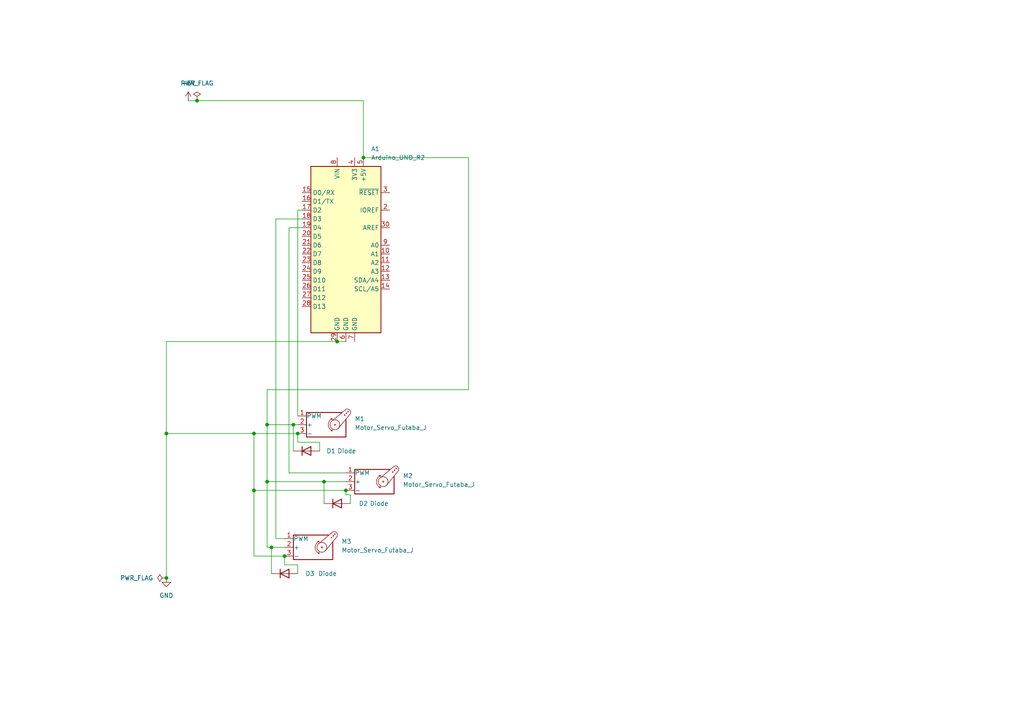
<source format=kicad_sch>
(kicad_sch
	(version 20231120)
	(generator "eeschema")
	(generator_version "8.0")
	(uuid "07a62c95-1105-4948-80fa-24e09286b6fa")
	(paper "A4")
	(lib_symbols
		(symbol "Device:D"
			(pin_numbers hide)
			(pin_names
				(offset 1.016) hide)
			(exclude_from_sim no)
			(in_bom yes)
			(on_board yes)
			(property "Reference" "D"
				(at 0 2.54 0)
				(effects
					(font
						(size 1.27 1.27)
					)
				)
			)
			(property "Value" "D"
				(at 0 -2.54 0)
				(effects
					(font
						(size 1.27 1.27)
					)
				)
			)
			(property "Footprint" ""
				(at 0 0 0)
				(effects
					(font
						(size 1.27 1.27)
					)
					(hide yes)
				)
			)
			(property "Datasheet" "~"
				(at 0 0 0)
				(effects
					(font
						(size 1.27 1.27)
					)
					(hide yes)
				)
			)
			(property "Description" "Diode"
				(at 0 0 0)
				(effects
					(font
						(size 1.27 1.27)
					)
					(hide yes)
				)
			)
			(property "Sim.Device" "D"
				(at 0 0 0)
				(effects
					(font
						(size 1.27 1.27)
					)
					(hide yes)
				)
			)
			(property "Sim.Pins" "1=K 2=A"
				(at 0 0 0)
				(effects
					(font
						(size 1.27 1.27)
					)
					(hide yes)
				)
			)
			(property "ki_keywords" "diode"
				(at 0 0 0)
				(effects
					(font
						(size 1.27 1.27)
					)
					(hide yes)
				)
			)
			(property "ki_fp_filters" "TO-???* *_Diode_* *SingleDiode* D_*"
				(at 0 0 0)
				(effects
					(font
						(size 1.27 1.27)
					)
					(hide yes)
				)
			)
			(symbol "D_0_1"
				(polyline
					(pts
						(xy -1.27 1.27) (xy -1.27 -1.27)
					)
					(stroke
						(width 0.254)
						(type default)
					)
					(fill
						(type none)
					)
				)
				(polyline
					(pts
						(xy 1.27 0) (xy -1.27 0)
					)
					(stroke
						(width 0)
						(type default)
					)
					(fill
						(type none)
					)
				)
				(polyline
					(pts
						(xy 1.27 1.27) (xy 1.27 -1.27) (xy -1.27 0) (xy 1.27 1.27)
					)
					(stroke
						(width 0.254)
						(type default)
					)
					(fill
						(type none)
					)
				)
			)
			(symbol "D_1_1"
				(pin passive line
					(at -3.81 0 0)
					(length 2.54)
					(name "K"
						(effects
							(font
								(size 1.27 1.27)
							)
						)
					)
					(number "1"
						(effects
							(font
								(size 1.27 1.27)
							)
						)
					)
				)
				(pin passive line
					(at 3.81 0 180)
					(length 2.54)
					(name "A"
						(effects
							(font
								(size 1.27 1.27)
							)
						)
					)
					(number "2"
						(effects
							(font
								(size 1.27 1.27)
							)
						)
					)
				)
			)
		)
		(symbol "MCU_Module:Arduino_UNO_R2"
			(exclude_from_sim no)
			(in_bom yes)
			(on_board yes)
			(property "Reference" "A"
				(at -10.16 23.495 0)
				(effects
					(font
						(size 1.27 1.27)
					)
					(justify left bottom)
				)
			)
			(property "Value" "Arduino_UNO_R2"
				(at 5.08 -26.67 0)
				(effects
					(font
						(size 1.27 1.27)
					)
					(justify left top)
				)
			)
			(property "Footprint" "Module:Arduino_UNO_R2"
				(at 0 0 0)
				(effects
					(font
						(size 1.27 1.27)
						(italic yes)
					)
					(hide yes)
				)
			)
			(property "Datasheet" "https://www.arduino.cc/en/Main/arduinoBoardUno"
				(at 0 0 0)
				(effects
					(font
						(size 1.27 1.27)
					)
					(hide yes)
				)
			)
			(property "Description" "Arduino UNO Microcontroller Module, release 2"
				(at 0 0 0)
				(effects
					(font
						(size 1.27 1.27)
					)
					(hide yes)
				)
			)
			(property "ki_keywords" "Arduino UNO R3 Microcontroller Module Atmel AVR USB"
				(at 0 0 0)
				(effects
					(font
						(size 1.27 1.27)
					)
					(hide yes)
				)
			)
			(property "ki_fp_filters" "Arduino*UNO*R2*"
				(at 0 0 0)
				(effects
					(font
						(size 1.27 1.27)
					)
					(hide yes)
				)
			)
			(symbol "Arduino_UNO_R2_0_1"
				(rectangle
					(start -10.16 22.86)
					(end 10.16 -25.4)
					(stroke
						(width 0.254)
						(type default)
					)
					(fill
						(type background)
					)
				)
			)
			(symbol "Arduino_UNO_R2_1_1"
				(pin no_connect line
					(at -10.16 -20.32 0)
					(length 2.54) hide
					(name "NC"
						(effects
							(font
								(size 1.27 1.27)
							)
						)
					)
					(number "1"
						(effects
							(font
								(size 1.27 1.27)
							)
						)
					)
				)
				(pin bidirectional line
					(at 12.7 -2.54 180)
					(length 2.54)
					(name "A1"
						(effects
							(font
								(size 1.27 1.27)
							)
						)
					)
					(number "10"
						(effects
							(font
								(size 1.27 1.27)
							)
						)
					)
				)
				(pin bidirectional line
					(at 12.7 -5.08 180)
					(length 2.54)
					(name "A2"
						(effects
							(font
								(size 1.27 1.27)
							)
						)
					)
					(number "11"
						(effects
							(font
								(size 1.27 1.27)
							)
						)
					)
				)
				(pin bidirectional line
					(at 12.7 -7.62 180)
					(length 2.54)
					(name "A3"
						(effects
							(font
								(size 1.27 1.27)
							)
						)
					)
					(number "12"
						(effects
							(font
								(size 1.27 1.27)
							)
						)
					)
				)
				(pin bidirectional line
					(at 12.7 -10.16 180)
					(length 2.54)
					(name "SDA/A4"
						(effects
							(font
								(size 1.27 1.27)
							)
						)
					)
					(number "13"
						(effects
							(font
								(size 1.27 1.27)
							)
						)
					)
				)
				(pin bidirectional line
					(at 12.7 -12.7 180)
					(length 2.54)
					(name "SCL/A5"
						(effects
							(font
								(size 1.27 1.27)
							)
						)
					)
					(number "14"
						(effects
							(font
								(size 1.27 1.27)
							)
						)
					)
				)
				(pin bidirectional line
					(at -12.7 15.24 0)
					(length 2.54)
					(name "D0/RX"
						(effects
							(font
								(size 1.27 1.27)
							)
						)
					)
					(number "15"
						(effects
							(font
								(size 1.27 1.27)
							)
						)
					)
				)
				(pin bidirectional line
					(at -12.7 12.7 0)
					(length 2.54)
					(name "D1/TX"
						(effects
							(font
								(size 1.27 1.27)
							)
						)
					)
					(number "16"
						(effects
							(font
								(size 1.27 1.27)
							)
						)
					)
				)
				(pin bidirectional line
					(at -12.7 10.16 0)
					(length 2.54)
					(name "D2"
						(effects
							(font
								(size 1.27 1.27)
							)
						)
					)
					(number "17"
						(effects
							(font
								(size 1.27 1.27)
							)
						)
					)
				)
				(pin bidirectional line
					(at -12.7 7.62 0)
					(length 2.54)
					(name "D3"
						(effects
							(font
								(size 1.27 1.27)
							)
						)
					)
					(number "18"
						(effects
							(font
								(size 1.27 1.27)
							)
						)
					)
				)
				(pin bidirectional line
					(at -12.7 5.08 0)
					(length 2.54)
					(name "D4"
						(effects
							(font
								(size 1.27 1.27)
							)
						)
					)
					(number "19"
						(effects
							(font
								(size 1.27 1.27)
							)
						)
					)
				)
				(pin output line
					(at 12.7 10.16 180)
					(length 2.54)
					(name "IOREF"
						(effects
							(font
								(size 1.27 1.27)
							)
						)
					)
					(number "2"
						(effects
							(font
								(size 1.27 1.27)
							)
						)
					)
				)
				(pin bidirectional line
					(at -12.7 2.54 0)
					(length 2.54)
					(name "D5"
						(effects
							(font
								(size 1.27 1.27)
							)
						)
					)
					(number "20"
						(effects
							(font
								(size 1.27 1.27)
							)
						)
					)
				)
				(pin bidirectional line
					(at -12.7 0 0)
					(length 2.54)
					(name "D6"
						(effects
							(font
								(size 1.27 1.27)
							)
						)
					)
					(number "21"
						(effects
							(font
								(size 1.27 1.27)
							)
						)
					)
				)
				(pin bidirectional line
					(at -12.7 -2.54 0)
					(length 2.54)
					(name "D7"
						(effects
							(font
								(size 1.27 1.27)
							)
						)
					)
					(number "22"
						(effects
							(font
								(size 1.27 1.27)
							)
						)
					)
				)
				(pin bidirectional line
					(at -12.7 -5.08 0)
					(length 2.54)
					(name "D8"
						(effects
							(font
								(size 1.27 1.27)
							)
						)
					)
					(number "23"
						(effects
							(font
								(size 1.27 1.27)
							)
						)
					)
				)
				(pin bidirectional line
					(at -12.7 -7.62 0)
					(length 2.54)
					(name "D9"
						(effects
							(font
								(size 1.27 1.27)
							)
						)
					)
					(number "24"
						(effects
							(font
								(size 1.27 1.27)
							)
						)
					)
				)
				(pin bidirectional line
					(at -12.7 -10.16 0)
					(length 2.54)
					(name "D10"
						(effects
							(font
								(size 1.27 1.27)
							)
						)
					)
					(number "25"
						(effects
							(font
								(size 1.27 1.27)
							)
						)
					)
				)
				(pin bidirectional line
					(at -12.7 -12.7 0)
					(length 2.54)
					(name "D11"
						(effects
							(font
								(size 1.27 1.27)
							)
						)
					)
					(number "26"
						(effects
							(font
								(size 1.27 1.27)
							)
						)
					)
				)
				(pin bidirectional line
					(at -12.7 -15.24 0)
					(length 2.54)
					(name "D12"
						(effects
							(font
								(size 1.27 1.27)
							)
						)
					)
					(number "27"
						(effects
							(font
								(size 1.27 1.27)
							)
						)
					)
				)
				(pin bidirectional line
					(at -12.7 -17.78 0)
					(length 2.54)
					(name "D13"
						(effects
							(font
								(size 1.27 1.27)
							)
						)
					)
					(number "28"
						(effects
							(font
								(size 1.27 1.27)
							)
						)
					)
				)
				(pin power_in line
					(at -2.54 -27.94 90)
					(length 2.54)
					(name "GND"
						(effects
							(font
								(size 1.27 1.27)
							)
						)
					)
					(number "29"
						(effects
							(font
								(size 1.27 1.27)
							)
						)
					)
				)
				(pin input line
					(at 12.7 15.24 180)
					(length 2.54)
					(name "~{RESET}"
						(effects
							(font
								(size 1.27 1.27)
							)
						)
					)
					(number "3"
						(effects
							(font
								(size 1.27 1.27)
							)
						)
					)
				)
				(pin input line
					(at 12.7 5.08 180)
					(length 2.54)
					(name "AREF"
						(effects
							(font
								(size 1.27 1.27)
							)
						)
					)
					(number "30"
						(effects
							(font
								(size 1.27 1.27)
							)
						)
					)
				)
				(pin power_out line
					(at 2.54 25.4 270)
					(length 2.54)
					(name "3V3"
						(effects
							(font
								(size 1.27 1.27)
							)
						)
					)
					(number "4"
						(effects
							(font
								(size 1.27 1.27)
							)
						)
					)
				)
				(pin power_out line
					(at 5.08 25.4 270)
					(length 2.54)
					(name "+5V"
						(effects
							(font
								(size 1.27 1.27)
							)
						)
					)
					(number "5"
						(effects
							(font
								(size 1.27 1.27)
							)
						)
					)
				)
				(pin power_in line
					(at 0 -27.94 90)
					(length 2.54)
					(name "GND"
						(effects
							(font
								(size 1.27 1.27)
							)
						)
					)
					(number "6"
						(effects
							(font
								(size 1.27 1.27)
							)
						)
					)
				)
				(pin power_in line
					(at 2.54 -27.94 90)
					(length 2.54)
					(name "GND"
						(effects
							(font
								(size 1.27 1.27)
							)
						)
					)
					(number "7"
						(effects
							(font
								(size 1.27 1.27)
							)
						)
					)
				)
				(pin power_in line
					(at -2.54 25.4 270)
					(length 2.54)
					(name "VIN"
						(effects
							(font
								(size 1.27 1.27)
							)
						)
					)
					(number "8"
						(effects
							(font
								(size 1.27 1.27)
							)
						)
					)
				)
				(pin bidirectional line
					(at 12.7 0 180)
					(length 2.54)
					(name "A0"
						(effects
							(font
								(size 1.27 1.27)
							)
						)
					)
					(number "9"
						(effects
							(font
								(size 1.27 1.27)
							)
						)
					)
				)
			)
		)
		(symbol "Motor:Motor_Servo_Futaba_J"
			(pin_names
				(offset 0.0254)
			)
			(exclude_from_sim no)
			(in_bom yes)
			(on_board yes)
			(property "Reference" "M"
				(at -5.08 4.445 0)
				(effects
					(font
						(size 1.27 1.27)
					)
					(justify left)
				)
			)
			(property "Value" "Motor_Servo_Futaba_J"
				(at -5.08 -4.064 0)
				(effects
					(font
						(size 1.27 1.27)
					)
					(justify left top)
				)
			)
			(property "Footprint" ""
				(at 0 -4.826 0)
				(effects
					(font
						(size 1.27 1.27)
					)
					(hide yes)
				)
			)
			(property "Datasheet" "http://forums.parallax.com/uploads/attachments/46831/74481.png"
				(at 0 -4.826 0)
				(effects
					(font
						(size 1.27 1.27)
					)
					(hide yes)
				)
			)
			(property "Description" "Servo Motor (Futuba J-connector)"
				(at 0 0 0)
				(effects
					(font
						(size 1.27 1.27)
					)
					(hide yes)
				)
			)
			(property "ki_keywords" "Servo Motor"
				(at 0 0 0)
				(effects
					(font
						(size 1.27 1.27)
					)
					(hide yes)
				)
			)
			(property "ki_fp_filters" "PinHeader*P2.54mm*"
				(at 0 0 0)
				(effects
					(font
						(size 1.27 1.27)
					)
					(hide yes)
				)
			)
			(symbol "Motor_Servo_Futaba_J_0_1"
				(polyline
					(pts
						(xy 2.413 -1.778) (xy 2.032 -1.778)
					)
					(stroke
						(width 0)
						(type default)
					)
					(fill
						(type none)
					)
				)
				(polyline
					(pts
						(xy 2.413 -1.778) (xy 2.286 -1.397)
					)
					(stroke
						(width 0)
						(type default)
					)
					(fill
						(type none)
					)
				)
				(polyline
					(pts
						(xy 2.413 1.778) (xy 1.905 1.778)
					)
					(stroke
						(width 0)
						(type default)
					)
					(fill
						(type none)
					)
				)
				(polyline
					(pts
						(xy 2.413 1.778) (xy 2.286 1.397)
					)
					(stroke
						(width 0)
						(type default)
					)
					(fill
						(type none)
					)
				)
				(polyline
					(pts
						(xy 6.35 4.445) (xy 2.54 1.27)
					)
					(stroke
						(width 0)
						(type default)
					)
					(fill
						(type none)
					)
				)
				(polyline
					(pts
						(xy 7.62 3.175) (xy 4.191 -1.016)
					)
					(stroke
						(width 0)
						(type default)
					)
					(fill
						(type none)
					)
				)
				(polyline
					(pts
						(xy 5.08 3.556) (xy -5.08 3.556) (xy -5.08 -3.556) (xy 6.35 -3.556) (xy 6.35 1.524)
					)
					(stroke
						(width 0.254)
						(type default)
					)
					(fill
						(type none)
					)
				)
				(arc
					(start 2.413 1.778)
					(mid 1.2406 0)
					(end 2.413 -1.778)
					(stroke
						(width 0)
						(type default)
					)
					(fill
						(type none)
					)
				)
				(circle
					(center 3.175 0)
					(radius 0.1778)
					(stroke
						(width 0)
						(type default)
					)
					(fill
						(type none)
					)
				)
				(circle
					(center 3.175 0)
					(radius 1.4224)
					(stroke
						(width 0)
						(type default)
					)
					(fill
						(type none)
					)
				)
				(circle
					(center 5.969 2.794)
					(radius 0.127)
					(stroke
						(width 0)
						(type default)
					)
					(fill
						(type none)
					)
				)
				(circle
					(center 6.477 3.302)
					(radius 0.127)
					(stroke
						(width 0)
						(type default)
					)
					(fill
						(type none)
					)
				)
				(circle
					(center 6.985 3.81)
					(radius 0.127)
					(stroke
						(width 0)
						(type default)
					)
					(fill
						(type none)
					)
				)
				(arc
					(start 7.62 3.175)
					(mid 7.4485 4.2735)
					(end 6.35 4.445)
					(stroke
						(width 0)
						(type default)
					)
					(fill
						(type none)
					)
				)
			)
			(symbol "Motor_Servo_Futaba_J_1_1"
				(pin passive line
					(at -7.62 2.54 0)
					(length 2.54)
					(name "PWM"
						(effects
							(font
								(size 1.27 1.27)
							)
						)
					)
					(number "1"
						(effects
							(font
								(size 1.27 1.27)
							)
						)
					)
				)
				(pin passive line
					(at -7.62 0 0)
					(length 2.54)
					(name "+"
						(effects
							(font
								(size 1.27 1.27)
							)
						)
					)
					(number "2"
						(effects
							(font
								(size 1.27 1.27)
							)
						)
					)
				)
				(pin passive line
					(at -7.62 -2.54 0)
					(length 2.54)
					(name "-"
						(effects
							(font
								(size 1.27 1.27)
							)
						)
					)
					(number "3"
						(effects
							(font
								(size 1.27 1.27)
							)
						)
					)
				)
			)
		)
		(symbol "power:+5V"
			(power)
			(pin_numbers hide)
			(pin_names
				(offset 0) hide)
			(exclude_from_sim no)
			(in_bom yes)
			(on_board yes)
			(property "Reference" "#PWR"
				(at 0 -3.81 0)
				(effects
					(font
						(size 1.27 1.27)
					)
					(hide yes)
				)
			)
			(property "Value" "+5V"
				(at 0 3.556 0)
				(effects
					(font
						(size 1.27 1.27)
					)
				)
			)
			(property "Footprint" ""
				(at 0 0 0)
				(effects
					(font
						(size 1.27 1.27)
					)
					(hide yes)
				)
			)
			(property "Datasheet" ""
				(at 0 0 0)
				(effects
					(font
						(size 1.27 1.27)
					)
					(hide yes)
				)
			)
			(property "Description" "Power symbol creates a global label with name \"+5V\""
				(at 0 0 0)
				(effects
					(font
						(size 1.27 1.27)
					)
					(hide yes)
				)
			)
			(property "ki_keywords" "global power"
				(at 0 0 0)
				(effects
					(font
						(size 1.27 1.27)
					)
					(hide yes)
				)
			)
			(symbol "+5V_0_1"
				(polyline
					(pts
						(xy -0.762 1.27) (xy 0 2.54)
					)
					(stroke
						(width 0)
						(type default)
					)
					(fill
						(type none)
					)
				)
				(polyline
					(pts
						(xy 0 0) (xy 0 2.54)
					)
					(stroke
						(width 0)
						(type default)
					)
					(fill
						(type none)
					)
				)
				(polyline
					(pts
						(xy 0 2.54) (xy 0.762 1.27)
					)
					(stroke
						(width 0)
						(type default)
					)
					(fill
						(type none)
					)
				)
			)
			(symbol "+5V_1_1"
				(pin power_in line
					(at 0 0 90)
					(length 0)
					(name "~"
						(effects
							(font
								(size 1.27 1.27)
							)
						)
					)
					(number "1"
						(effects
							(font
								(size 1.27 1.27)
							)
						)
					)
				)
			)
		)
		(symbol "power:GND"
			(power)
			(pin_numbers hide)
			(pin_names
				(offset 0) hide)
			(exclude_from_sim no)
			(in_bom yes)
			(on_board yes)
			(property "Reference" "#PWR"
				(at 0 -6.35 0)
				(effects
					(font
						(size 1.27 1.27)
					)
					(hide yes)
				)
			)
			(property "Value" "GND"
				(at 0 -3.81 0)
				(effects
					(font
						(size 1.27 1.27)
					)
				)
			)
			(property "Footprint" ""
				(at 0 0 0)
				(effects
					(font
						(size 1.27 1.27)
					)
					(hide yes)
				)
			)
			(property "Datasheet" ""
				(at 0 0 0)
				(effects
					(font
						(size 1.27 1.27)
					)
					(hide yes)
				)
			)
			(property "Description" "Power symbol creates a global label with name \"GND\" , ground"
				(at 0 0 0)
				(effects
					(font
						(size 1.27 1.27)
					)
					(hide yes)
				)
			)
			(property "ki_keywords" "global power"
				(at 0 0 0)
				(effects
					(font
						(size 1.27 1.27)
					)
					(hide yes)
				)
			)
			(symbol "GND_0_1"
				(polyline
					(pts
						(xy 0 0) (xy 0 -1.27) (xy 1.27 -1.27) (xy 0 -2.54) (xy -1.27 -1.27) (xy 0 -1.27)
					)
					(stroke
						(width 0)
						(type default)
					)
					(fill
						(type none)
					)
				)
			)
			(symbol "GND_1_1"
				(pin power_in line
					(at 0 0 270)
					(length 0)
					(name "~"
						(effects
							(font
								(size 1.27 1.27)
							)
						)
					)
					(number "1"
						(effects
							(font
								(size 1.27 1.27)
							)
						)
					)
				)
			)
		)
		(symbol "power:PWR_FLAG"
			(power)
			(pin_numbers hide)
			(pin_names
				(offset 0) hide)
			(exclude_from_sim no)
			(in_bom yes)
			(on_board yes)
			(property "Reference" "#FLG"
				(at 0 1.905 0)
				(effects
					(font
						(size 1.27 1.27)
					)
					(hide yes)
				)
			)
			(property "Value" "PWR_FLAG"
				(at 0 3.81 0)
				(effects
					(font
						(size 1.27 1.27)
					)
				)
			)
			(property "Footprint" ""
				(at 0 0 0)
				(effects
					(font
						(size 1.27 1.27)
					)
					(hide yes)
				)
			)
			(property "Datasheet" "~"
				(at 0 0 0)
				(effects
					(font
						(size 1.27 1.27)
					)
					(hide yes)
				)
			)
			(property "Description" "Special symbol for telling ERC where power comes from"
				(at 0 0 0)
				(effects
					(font
						(size 1.27 1.27)
					)
					(hide yes)
				)
			)
			(property "ki_keywords" "flag power"
				(at 0 0 0)
				(effects
					(font
						(size 1.27 1.27)
					)
					(hide yes)
				)
			)
			(symbol "PWR_FLAG_0_0"
				(pin power_out line
					(at 0 0 90)
					(length 0)
					(name "~"
						(effects
							(font
								(size 1.27 1.27)
							)
						)
					)
					(number "1"
						(effects
							(font
								(size 1.27 1.27)
							)
						)
					)
				)
			)
			(symbol "PWR_FLAG_0_1"
				(polyline
					(pts
						(xy 0 0) (xy 0 1.27) (xy -1.016 1.905) (xy 0 2.54) (xy 1.016 1.905) (xy 0 1.27)
					)
					(stroke
						(width 0)
						(type default)
					)
					(fill
						(type none)
					)
				)
			)
		)
	)
	(junction
		(at 48.26 167.64)
		(diameter 0)
		(color 0 0 0 0)
		(uuid "054116c9-5072-4e85-aaed-4bfe083a0709")
	)
	(junction
		(at 57.15 29.21)
		(diameter 0)
		(color 0 0 0 0)
		(uuid "07b62f4c-8c93-441e-96da-e90e54dd7ac0")
	)
	(junction
		(at 100.33 142.24)
		(diameter 0)
		(color 0 0 0 0)
		(uuid "0e05ccec-cc54-40c6-8368-13bdd6589ce3")
	)
	(junction
		(at 86.36 125.73)
		(diameter 0)
		(color 0 0 0 0)
		(uuid "2ad13f15-7109-4ecd-955e-be9c4b771bdb")
	)
	(junction
		(at 97.79 99.06)
		(diameter 0)
		(color 0 0 0 0)
		(uuid "2c5f664c-bac6-4596-aadb-fe24438470bd")
	)
	(junction
		(at 93.98 139.7)
		(diameter 0)
		(color 0 0 0 0)
		(uuid "6497e241-e924-43cc-bc39-01a9f7bdf120")
	)
	(junction
		(at 82.55 161.29)
		(diameter 0)
		(color 0 0 0 0)
		(uuid "71bf25a2-9e6a-428e-a544-b03829390a3b")
	)
	(junction
		(at 77.47 139.7)
		(diameter 0)
		(color 0 0 0 0)
		(uuid "746c9b12-31dd-49d0-b611-6816e8bdbf95")
	)
	(junction
		(at 78.74 158.75)
		(diameter 0)
		(color 0 0 0 0)
		(uuid "997f2b09-e1a8-401d-889b-a22f7be9cc76")
	)
	(junction
		(at 77.47 123.19)
		(diameter 0)
		(color 0 0 0 0)
		(uuid "a40049d8-555e-4b18-972e-f31dccae793d")
	)
	(junction
		(at 73.66 142.24)
		(diameter 0)
		(color 0 0 0 0)
		(uuid "c9ab5170-3bf7-4a40-93f0-2359fb4f67cb")
	)
	(junction
		(at 73.66 125.73)
		(diameter 0)
		(color 0 0 0 0)
		(uuid "db118124-3db1-4a2f-b370-bf4f79ec87a3")
	)
	(junction
		(at 85.09 123.19)
		(diameter 0)
		(color 0 0 0 0)
		(uuid "dcef8526-4a36-4087-afe5-a1728e4bcf84")
	)
	(junction
		(at 48.26 125.73)
		(diameter 0)
		(color 0 0 0 0)
		(uuid "e02e168d-dacd-4b5d-8ff6-767561020a51")
	)
	(junction
		(at 105.41 45.72)
		(diameter 0)
		(color 0 0 0 0)
		(uuid "fc6b7c73-58b1-4bd9-8439-8636ecf5bd2d")
	)
	(wire
		(pts
			(xy 48.26 99.06) (xy 48.26 125.73)
		)
		(stroke
			(width 0)
			(type default)
		)
		(uuid "0608241b-2c8f-4d83-aac0-667b1f481d5c")
	)
	(wire
		(pts
			(xy 73.66 142.24) (xy 73.66 125.73)
		)
		(stroke
			(width 0)
			(type default)
		)
		(uuid "0742ffec-02c0-41a0-b682-af0f78f38519")
	)
	(wire
		(pts
			(xy 48.26 99.06) (xy 97.79 99.06)
		)
		(stroke
			(width 0)
			(type default)
		)
		(uuid "24071e0a-f1fd-45a8-926c-ccb6e9e52f11")
	)
	(wire
		(pts
			(xy 57.15 29.21) (xy 105.41 29.21)
		)
		(stroke
			(width 0)
			(type default)
		)
		(uuid "25b1793c-eb08-4815-b980-d93d8e09a509")
	)
	(wire
		(pts
			(xy 135.89 113.03) (xy 135.89 45.72)
		)
		(stroke
			(width 0)
			(type default)
		)
		(uuid "26e1d025-977a-4a0d-9d6e-8c93148ea090")
	)
	(wire
		(pts
			(xy 87.63 60.96) (xy 86.36 60.96)
		)
		(stroke
			(width 0)
			(type default)
		)
		(uuid "29e93984-ffaf-44b0-80aa-2199dbc10e77")
	)
	(wire
		(pts
			(xy 86.36 128.27) (xy 86.36 125.73)
		)
		(stroke
			(width 0)
			(type default)
		)
		(uuid "2ec55001-91d3-48c5-9ac7-1d2e623a7db2")
	)
	(wire
		(pts
			(xy 87.63 63.5) (xy 80.01 63.5)
		)
		(stroke
			(width 0)
			(type default)
		)
		(uuid "39887d79-4d43-4ac6-9955-28cf5b09d3fb")
	)
	(wire
		(pts
			(xy 48.26 125.73) (xy 73.66 125.73)
		)
		(stroke
			(width 0)
			(type default)
		)
		(uuid "3f921aca-4272-42dd-a913-f472a246d899")
	)
	(wire
		(pts
			(xy 93.98 139.7) (xy 93.98 146.05)
		)
		(stroke
			(width 0)
			(type default)
		)
		(uuid "40c28266-3951-412b-92f9-cc1b46f877c6")
	)
	(wire
		(pts
			(xy 101.6 146.05) (xy 101.6 143.51)
		)
		(stroke
			(width 0)
			(type default)
		)
		(uuid "41b6afbf-f7d8-45b3-993c-89917cddbb18")
	)
	(wire
		(pts
			(xy 85.09 123.19) (xy 85.09 130.81)
		)
		(stroke
			(width 0)
			(type default)
		)
		(uuid "424a5138-75b3-489b-9c2c-aa5ec10bdfd3")
	)
	(wire
		(pts
			(xy 77.47 123.19) (xy 77.47 139.7)
		)
		(stroke
			(width 0)
			(type default)
		)
		(uuid "42990e96-8207-4ab1-9929-5d9c6f2c1ee4")
	)
	(wire
		(pts
			(xy 100.33 143.51) (xy 100.33 142.24)
		)
		(stroke
			(width 0)
			(type default)
		)
		(uuid "4b0af042-aa7b-4b13-b1c4-aef1c517912a")
	)
	(wire
		(pts
			(xy 77.47 139.7) (xy 93.98 139.7)
		)
		(stroke
			(width 0)
			(type default)
		)
		(uuid "4e77aa85-a74a-4d49-a164-f52883a76dc1")
	)
	(wire
		(pts
			(xy 77.47 113.03) (xy 135.89 113.03)
		)
		(stroke
			(width 0)
			(type default)
		)
		(uuid "55368425-9809-48af-8c31-17f9b626ffeb")
	)
	(wire
		(pts
			(xy 101.6 143.51) (xy 100.33 143.51)
		)
		(stroke
			(width 0)
			(type default)
		)
		(uuid "5723dfd5-babf-4c59-ac79-cf79ea90ec69")
	)
	(wire
		(pts
			(xy 135.89 45.72) (xy 105.41 45.72)
		)
		(stroke
			(width 0)
			(type default)
		)
		(uuid "6b43a3ea-4679-4aa5-a9a7-6e59b89d39a6")
	)
	(wire
		(pts
			(xy 48.26 125.73) (xy 48.26 167.64)
		)
		(stroke
			(width 0)
			(type default)
		)
		(uuid "745d2be2-f6f0-4eb4-8624-719453c1c834")
	)
	(wire
		(pts
			(xy 86.36 123.19) (xy 85.09 123.19)
		)
		(stroke
			(width 0)
			(type default)
		)
		(uuid "7cc5985b-eb71-4f73-b70e-76de2ce4bc52")
	)
	(wire
		(pts
			(xy 73.66 161.29) (xy 73.66 142.24)
		)
		(stroke
			(width 0)
			(type default)
		)
		(uuid "8430da4f-0083-494e-a910-7a2dce84b03c")
	)
	(wire
		(pts
			(xy 82.55 161.29) (xy 73.66 161.29)
		)
		(stroke
			(width 0)
			(type default)
		)
		(uuid "97b6bff5-dcca-4091-af93-645b5484d78e")
	)
	(wire
		(pts
			(xy 85.09 123.19) (xy 77.47 123.19)
		)
		(stroke
			(width 0)
			(type default)
		)
		(uuid "996515ce-6315-46de-9ad4-c79fe8db5583")
	)
	(wire
		(pts
			(xy 78.74 158.75) (xy 78.74 166.37)
		)
		(stroke
			(width 0)
			(type default)
		)
		(uuid "a12ecadd-704d-4d59-8729-08f085210a8a")
	)
	(wire
		(pts
			(xy 77.47 113.03) (xy 77.47 123.19)
		)
		(stroke
			(width 0)
			(type default)
		)
		(uuid "a14cc343-0bee-4acf-a291-00c4e83f241a")
	)
	(wire
		(pts
			(xy 78.74 158.75) (xy 77.47 158.75)
		)
		(stroke
			(width 0)
			(type default)
		)
		(uuid "a64f2866-6b2d-4454-8ccd-43a78c317802")
	)
	(wire
		(pts
			(xy 92.71 128.27) (xy 86.36 128.27)
		)
		(stroke
			(width 0)
			(type default)
		)
		(uuid "aadba666-0746-437b-91e0-c4feccb561b7")
	)
	(wire
		(pts
			(xy 80.01 156.21) (xy 82.55 156.21)
		)
		(stroke
			(width 0)
			(type default)
		)
		(uuid "ab32a02b-8af1-43fe-9f36-3ff39290e6a2")
	)
	(wire
		(pts
			(xy 97.79 99.06) (xy 100.33 99.06)
		)
		(stroke
			(width 0)
			(type default)
		)
		(uuid "abdf9c1c-dc51-49cf-8038-b1347bdbc929")
	)
	(wire
		(pts
			(xy 83.82 66.04) (xy 83.82 137.16)
		)
		(stroke
			(width 0)
			(type default)
		)
		(uuid "b891ba54-e271-45ed-98b6-930f3bd1afbf")
	)
	(wire
		(pts
			(xy 83.82 137.16) (xy 100.33 137.16)
		)
		(stroke
			(width 0)
			(type default)
		)
		(uuid "ba0f767b-6649-4e45-b854-1f83ee422697")
	)
	(wire
		(pts
			(xy 87.63 66.04) (xy 83.82 66.04)
		)
		(stroke
			(width 0)
			(type default)
		)
		(uuid "bab94b05-8e0b-415d-b7b3-3388371e3a19")
	)
	(wire
		(pts
			(xy 105.41 29.21) (xy 105.41 45.72)
		)
		(stroke
			(width 0)
			(type default)
		)
		(uuid "bad4da61-65e4-425d-8efc-c843f2f17c31")
	)
	(wire
		(pts
			(xy 86.36 60.96) (xy 86.36 120.65)
		)
		(stroke
			(width 0)
			(type default)
		)
		(uuid "bcaea62a-7021-4a0f-ab68-dd31a6418498")
	)
	(wire
		(pts
			(xy 82.55 158.75) (xy 78.74 158.75)
		)
		(stroke
			(width 0)
			(type default)
		)
		(uuid "bd3e3df6-94eb-47aa-b8d5-5c215a01ed2e")
	)
	(wire
		(pts
			(xy 80.01 63.5) (xy 80.01 156.21)
		)
		(stroke
			(width 0)
			(type default)
		)
		(uuid "c11c7e21-ce2e-4a9b-a36b-c7d96377e05a")
	)
	(wire
		(pts
			(xy 73.66 125.73) (xy 86.36 125.73)
		)
		(stroke
			(width 0)
			(type default)
		)
		(uuid "ca676e2a-eb0d-4d24-bb06-09260b59a447")
	)
	(wire
		(pts
			(xy 86.36 163.83) (xy 82.55 163.83)
		)
		(stroke
			(width 0)
			(type default)
		)
		(uuid "cbcd6063-9522-4a65-9457-3d1abbf859a9")
	)
	(wire
		(pts
			(xy 77.47 139.7) (xy 77.47 158.75)
		)
		(stroke
			(width 0)
			(type default)
		)
		(uuid "cd1c0ca0-6bbc-4da4-b464-a724117701bc")
	)
	(wire
		(pts
			(xy 92.71 130.81) (xy 92.71 128.27)
		)
		(stroke
			(width 0)
			(type default)
		)
		(uuid "d3bcd276-470b-4e48-ad34-435779244f13")
	)
	(wire
		(pts
			(xy 54.61 29.21) (xy 57.15 29.21)
		)
		(stroke
			(width 0)
			(type default)
		)
		(uuid "d77f92c1-facd-4cf8-89e5-f94e64576117")
	)
	(wire
		(pts
			(xy 82.55 163.83) (xy 82.55 161.29)
		)
		(stroke
			(width 0)
			(type default)
		)
		(uuid "d9507ee9-c80a-4251-a6f6-dcdc960f8655")
	)
	(wire
		(pts
			(xy 86.36 166.37) (xy 86.36 163.83)
		)
		(stroke
			(width 0)
			(type default)
		)
		(uuid "dae748b5-f9ea-4830-8bca-b5351b8ba86e")
	)
	(wire
		(pts
			(xy 93.98 139.7) (xy 100.33 139.7)
		)
		(stroke
			(width 0)
			(type default)
		)
		(uuid "e1a51ddb-10b2-43b8-978b-a5b6e42eb058")
	)
	(wire
		(pts
			(xy 100.33 142.24) (xy 73.66 142.24)
		)
		(stroke
			(width 0)
			(type default)
		)
		(uuid "e267f9a8-1deb-4d13-916e-00a841a1484d")
	)
	(symbol
		(lib_id "power:PWR_FLAG")
		(at 57.15 29.21 0)
		(unit 1)
		(exclude_from_sim no)
		(in_bom yes)
		(on_board yes)
		(dnp no)
		(fields_autoplaced yes)
		(uuid "1665d158-8be2-4fa3-969e-23706b637ad3")
		(property "Reference" "#FLG01"
			(at 57.15 27.305 0)
			(effects
				(font
					(size 1.27 1.27)
				)
				(hide yes)
			)
		)
		(property "Value" "PWR_FLAG"
			(at 57.15 24.13 0)
			(effects
				(font
					(size 1.27 1.27)
				)
			)
		)
		(property "Footprint" ""
			(at 57.15 29.21 0)
			(effects
				(font
					(size 1.27 1.27)
				)
				(hide yes)
			)
		)
		(property "Datasheet" "~"
			(at 57.15 29.21 0)
			(effects
				(font
					(size 1.27 1.27)
				)
				(hide yes)
			)
		)
		(property "Description" "Special symbol for telling ERC where power comes from"
			(at 57.15 29.21 0)
			(effects
				(font
					(size 1.27 1.27)
				)
				(hide yes)
			)
		)
		(pin "1"
			(uuid "3d2de876-e63a-4466-a660-6fe3ee836df0")
		)
		(instances
			(project "first_proj"
				(path "/07a62c95-1105-4948-80fa-24e09286b6fa"
					(reference "#FLG01")
					(unit 1)
				)
			)
		)
	)
	(symbol
		(lib_id "power:GND")
		(at 48.26 167.64 0)
		(unit 1)
		(exclude_from_sim no)
		(in_bom yes)
		(on_board yes)
		(dnp no)
		(fields_autoplaced yes)
		(uuid "2cefe052-c1ad-4d3c-9a3e-078d245f8398")
		(property "Reference" "#PWR02"
			(at 48.26 173.99 0)
			(effects
				(font
					(size 1.27 1.27)
				)
				(hide yes)
			)
		)
		(property "Value" "GND"
			(at 48.26 172.72 0)
			(effects
				(font
					(size 1.27 1.27)
				)
			)
		)
		(property "Footprint" ""
			(at 48.26 167.64 0)
			(effects
				(font
					(size 1.27 1.27)
				)
				(hide yes)
			)
		)
		(property "Datasheet" ""
			(at 48.26 167.64 0)
			(effects
				(font
					(size 1.27 1.27)
				)
				(hide yes)
			)
		)
		(property "Description" "Power symbol creates a global label with name \"GND\" , ground"
			(at 48.26 167.64 0)
			(effects
				(font
					(size 1.27 1.27)
				)
				(hide yes)
			)
		)
		(pin "1"
			(uuid "ec46ea02-ee66-41c7-bcef-c26b899406a5")
		)
		(instances
			(project "first_proj"
				(path "/07a62c95-1105-4948-80fa-24e09286b6fa"
					(reference "#PWR02")
					(unit 1)
				)
			)
		)
	)
	(symbol
		(lib_id "Motor:Motor_Servo_Futaba_J")
		(at 93.98 123.19 0)
		(unit 1)
		(exclude_from_sim no)
		(in_bom yes)
		(on_board yes)
		(dnp no)
		(fields_autoplaced yes)
		(uuid "2f423413-ef49-42fc-8601-45523e084c8f")
		(property "Reference" "M1"
			(at 102.87 121.4865 0)
			(effects
				(font
					(size 1.27 1.27)
				)
				(justify left)
			)
		)
		(property "Value" "Motor_Servo_Futaba_J"
			(at 102.87 124.0265 0)
			(effects
				(font
					(size 1.27 1.27)
				)
				(justify left)
			)
		)
		(property "Footprint" ""
			(at 93.98 128.016 0)
			(effects
				(font
					(size 1.27 1.27)
				)
				(hide yes)
			)
		)
		(property "Datasheet" "http://forums.parallax.com/uploads/attachments/46831/74481.png"
			(at 93.98 128.016 0)
			(effects
				(font
					(size 1.27 1.27)
				)
				(hide yes)
			)
		)
		(property "Description" "Servo Motor (Futuba J-connector)"
			(at 93.98 123.19 0)
			(effects
				(font
					(size 1.27 1.27)
				)
				(hide yes)
			)
		)
		(pin "2"
			(uuid "07ca3eee-273c-4bff-bc68-8b539d9c1cbb")
		)
		(pin "1"
			(uuid "199e0f38-4def-4e35-9801-1905e4c85c18")
		)
		(pin "3"
			(uuid "675a3c13-2988-456c-bc9a-b03503bc5d73")
		)
		(instances
			(project "first_proj"
				(path "/07a62c95-1105-4948-80fa-24e09286b6fa"
					(reference "M1")
					(unit 1)
				)
			)
		)
	)
	(symbol
		(lib_id "power:PWR_FLAG")
		(at 48.26 167.64 90)
		(unit 1)
		(exclude_from_sim no)
		(in_bom yes)
		(on_board yes)
		(dnp no)
		(fields_autoplaced yes)
		(uuid "4f8eaf34-28cb-4c44-8115-b69b20a06cbe")
		(property "Reference" "#FLG03"
			(at 46.355 167.64 0)
			(effects
				(font
					(size 1.27 1.27)
				)
				(hide yes)
			)
		)
		(property "Value" "PWR_FLAG"
			(at 44.45 167.6399 90)
			(effects
				(font
					(size 1.27 1.27)
				)
				(justify left)
			)
		)
		(property "Footprint" ""
			(at 48.26 167.64 0)
			(effects
				(font
					(size 1.27 1.27)
				)
				(hide yes)
			)
		)
		(property "Datasheet" "~"
			(at 48.26 167.64 0)
			(effects
				(font
					(size 1.27 1.27)
				)
				(hide yes)
			)
		)
		(property "Description" "Special symbol for telling ERC where power comes from"
			(at 48.26 167.64 0)
			(effects
				(font
					(size 1.27 1.27)
				)
				(hide yes)
			)
		)
		(pin "1"
			(uuid "a2fc2799-7b65-43e1-b6e0-70436253920a")
		)
		(instances
			(project "first_proj"
				(path "/07a62c95-1105-4948-80fa-24e09286b6fa"
					(reference "#FLG03")
					(unit 1)
				)
			)
		)
	)
	(symbol
		(lib_id "Device:D")
		(at 88.9 130.81 0)
		(unit 1)
		(exclude_from_sim no)
		(in_bom yes)
		(on_board yes)
		(dnp no)
		(uuid "606877bd-8bd8-452b-8424-77e21adf14a7")
		(property "Reference" "D1"
			(at 96.012 130.81 0)
			(effects
				(font
					(size 1.27 1.27)
				)
			)
		)
		(property "Value" "Diode"
			(at 100.584 130.81 0)
			(effects
				(font
					(size 1.27 1.27)
				)
			)
		)
		(property "Footprint" ""
			(at 88.9 130.81 0)
			(effects
				(font
					(size 1.27 1.27)
				)
				(hide yes)
			)
		)
		(property "Datasheet" "~"
			(at 88.9 130.81 0)
			(effects
				(font
					(size 1.27 1.27)
				)
				(hide yes)
			)
		)
		(property "Description" "Diode"
			(at 88.9 130.81 0)
			(effects
				(font
					(size 1.27 1.27)
				)
				(hide yes)
			)
		)
		(property "Sim.Device" "D"
			(at 88.9 130.81 0)
			(effects
				(font
					(size 1.27 1.27)
				)
				(hide yes)
			)
		)
		(property "Sim.Pins" "1=K 2=A"
			(at 88.9 130.81 0)
			(effects
				(font
					(size 1.27 1.27)
				)
				(hide yes)
			)
		)
		(pin "1"
			(uuid "003f8fd1-2c96-444b-9a5c-9cceadf02afe")
		)
		(pin "2"
			(uuid "60a00378-adc5-43bb-a0c4-05a674ace6ec")
		)
		(instances
			(project "first_proj"
				(path "/07a62c95-1105-4948-80fa-24e09286b6fa"
					(reference "D1")
					(unit 1)
				)
			)
		)
	)
	(symbol
		(lib_id "Motor:Motor_Servo_Futaba_J")
		(at 107.95 139.7 0)
		(unit 1)
		(exclude_from_sim no)
		(in_bom yes)
		(on_board yes)
		(dnp no)
		(fields_autoplaced yes)
		(uuid "6cba047d-3189-4427-835a-b229bdebc04f")
		(property "Reference" "M2"
			(at 116.84 137.9965 0)
			(effects
				(font
					(size 1.27 1.27)
				)
				(justify left)
			)
		)
		(property "Value" "Motor_Servo_Futaba_J"
			(at 116.84 140.5365 0)
			(effects
				(font
					(size 1.27 1.27)
				)
				(justify left)
			)
		)
		(property "Footprint" ""
			(at 107.95 144.526 0)
			(effects
				(font
					(size 1.27 1.27)
				)
				(hide yes)
			)
		)
		(property "Datasheet" "http://forums.parallax.com/uploads/attachments/46831/74481.png"
			(at 107.95 144.526 0)
			(effects
				(font
					(size 1.27 1.27)
				)
				(hide yes)
			)
		)
		(property "Description" "Servo Motor (Futuba J-connector)"
			(at 107.95 139.7 0)
			(effects
				(font
					(size 1.27 1.27)
				)
				(hide yes)
			)
		)
		(pin "1"
			(uuid "c1021af5-1437-45fa-baa1-e9eb882238a5")
		)
		(pin "2"
			(uuid "f3dcbb2f-aed0-4724-a29d-339ec0c532e8")
		)
		(pin "3"
			(uuid "6b81e361-ace5-4272-b8bd-2f3a33489bdf")
		)
		(instances
			(project "first_proj"
				(path "/07a62c95-1105-4948-80fa-24e09286b6fa"
					(reference "M2")
					(unit 1)
				)
			)
		)
	)
	(symbol
		(lib_id "MCU_Module:Arduino_UNO_R2")
		(at 100.33 71.12 0)
		(unit 1)
		(exclude_from_sim no)
		(in_bom yes)
		(on_board yes)
		(dnp no)
		(fields_autoplaced yes)
		(uuid "9560ee9e-65cf-4e6b-b718-8c57862a05b9")
		(property "Reference" "A1"
			(at 107.6041 43.18 0)
			(effects
				(font
					(size 1.27 1.27)
				)
				(justify left)
			)
		)
		(property "Value" "Arduino_UNO_R2"
			(at 107.6041 45.72 0)
			(effects
				(font
					(size 1.27 1.27)
				)
				(justify left)
			)
		)
		(property "Footprint" "Module:Arduino_UNO_R2"
			(at 100.33 71.12 0)
			(effects
				(font
					(size 1.27 1.27)
					(italic yes)
				)
				(hide yes)
			)
		)
		(property "Datasheet" "https://www.arduino.cc/en/Main/arduinoBoardUno"
			(at 100.33 71.12 0)
			(effects
				(font
					(size 1.27 1.27)
				)
				(hide yes)
			)
		)
		(property "Description" "Arduino UNO Microcontroller Module, release 2"
			(at 100.33 71.12 0)
			(effects
				(font
					(size 1.27 1.27)
				)
				(hide yes)
			)
		)
		(pin "1"
			(uuid "0173a8bc-bdee-4826-aa9a-c204301ea8c6")
		)
		(pin "26"
			(uuid "b8a0c9ac-f1d8-4ea6-8c13-797699e15d48")
		)
		(pin "9"
			(uuid "823afba6-c285-479b-b9f3-fa921912ab7e")
		)
		(pin "23"
			(uuid "0411ecf6-3646-41ef-85ca-fc6a4945b315")
		)
		(pin "13"
			(uuid "c67d6051-90d5-4c99-88dd-2df2254805d5")
		)
		(pin "22"
			(uuid "c15605f5-cbd5-46a5-b4a5-4d58969ae712")
		)
		(pin "8"
			(uuid "539381ba-4ae2-4ac6-90a7-e34a53c85d27")
		)
		(pin "24"
			(uuid "60b8fba3-2477-4c8b-ac5c-70f05aaf9045")
		)
		(pin "7"
			(uuid "c319971d-940c-4110-be5d-9c9a532ddf79")
		)
		(pin "12"
			(uuid "56e4bec6-e1fa-4514-9f7e-c2d3cd0bdcb8")
		)
		(pin "30"
			(uuid "52ceb5a1-e7e4-4f8c-a5f2-9bb552c2094f")
		)
		(pin "27"
			(uuid "c9a34210-b9b5-4c8c-8083-99f54c3fab2f")
		)
		(pin "15"
			(uuid "c1f794da-cc1e-40d4-8e3d-d8656bb8b539")
		)
		(pin "4"
			(uuid "3170e5fd-0edf-40a3-a16e-bc65e1f02814")
		)
		(pin "17"
			(uuid "80e5a2f0-9371-4f66-8ebc-458da22dfb9e")
		)
		(pin "21"
			(uuid "b1ca12f6-c6b0-4c9a-9a8f-80eabddf0e93")
		)
		(pin "2"
			(uuid "8083f872-425d-4350-9b3d-f6ef0240a96f")
		)
		(pin "14"
			(uuid "5679479c-f38d-4273-86b8-6c20f4d5279d")
		)
		(pin "20"
			(uuid "d34dfe05-11f1-4b70-b50d-0939ef0576d7")
		)
		(pin "25"
			(uuid "ae4b131f-36ba-449e-bfee-83fc993cee84")
		)
		(pin "10"
			(uuid "b7a806ef-5a1e-402c-9c5d-49ae01793be1")
		)
		(pin "5"
			(uuid "ef17d29c-1e28-4637-9a4d-585e72e82caf")
		)
		(pin "29"
			(uuid "8d8a38fc-5797-43be-9509-483b226e6a72")
		)
		(pin "19"
			(uuid "d2dceb37-622c-4d35-9846-25929bfdee8c")
		)
		(pin "16"
			(uuid "2ade6c5f-4260-4a37-8468-0748c11d469d")
		)
		(pin "6"
			(uuid "d1dd2cb8-7b85-429f-a765-484d491b35e6")
		)
		(pin "18"
			(uuid "92d7dbbd-fffa-4e86-8aa4-698f75192d1f")
		)
		(pin "11"
			(uuid "2f864da6-7aac-4d86-b0d1-b02628ac780e")
		)
		(pin "3"
			(uuid "38ebd966-8ab0-4b74-a24c-de30c249b441")
		)
		(pin "28"
			(uuid "1b9a9d0b-bbf8-4e44-a3a9-3981872690a8")
		)
		(instances
			(project "first_proj"
				(path "/07a62c95-1105-4948-80fa-24e09286b6fa"
					(reference "A1")
					(unit 1)
				)
			)
		)
	)
	(symbol
		(lib_id "Motor:Motor_Servo_Futaba_J")
		(at 90.17 158.75 0)
		(unit 1)
		(exclude_from_sim no)
		(in_bom yes)
		(on_board yes)
		(dnp no)
		(fields_autoplaced yes)
		(uuid "c8a7cc17-56ad-498c-ab95-fb7e2d13763f")
		(property "Reference" "M3"
			(at 99.06 157.0465 0)
			(effects
				(font
					(size 1.27 1.27)
				)
				(justify left)
			)
		)
		(property "Value" "Motor_Servo_Futaba_J"
			(at 99.06 159.5865 0)
			(effects
				(font
					(size 1.27 1.27)
				)
				(justify left)
			)
		)
		(property "Footprint" ""
			(at 90.17 163.576 0)
			(effects
				(font
					(size 1.27 1.27)
				)
				(hide yes)
			)
		)
		(property "Datasheet" "http://forums.parallax.com/uploads/attachments/46831/74481.png"
			(at 90.17 163.576 0)
			(effects
				(font
					(size 1.27 1.27)
				)
				(hide yes)
			)
		)
		(property "Description" "Servo Motor (Futuba J-connector)"
			(at 90.17 158.75 0)
			(effects
				(font
					(size 1.27 1.27)
				)
				(hide yes)
			)
		)
		(pin "1"
			(uuid "e8b10e17-b694-4d89-b23e-cdf7694bb636")
		)
		(pin "2"
			(uuid "54b7b38a-b744-4881-892e-d92d930ab45d")
		)
		(pin "3"
			(uuid "1b7c5671-8ffe-4ae6-afd9-79da643d39ff")
		)
		(instances
			(project "first_proj"
				(path "/07a62c95-1105-4948-80fa-24e09286b6fa"
					(reference "M3")
					(unit 1)
				)
			)
		)
	)
	(symbol
		(lib_id "Device:D")
		(at 82.55 166.37 0)
		(unit 1)
		(exclude_from_sim no)
		(in_bom yes)
		(on_board yes)
		(dnp no)
		(uuid "e7fba76f-3be3-409c-9d3e-f58208b04dd8")
		(property "Reference" "D3"
			(at 89.916 166.37 0)
			(effects
				(font
					(size 1.27 1.27)
				)
			)
		)
		(property "Value" "Diode"
			(at 94.996 166.37 0)
			(effects
				(font
					(size 1.27 1.27)
				)
			)
		)
		(property "Footprint" ""
			(at 82.55 166.37 0)
			(effects
				(font
					(size 1.27 1.27)
				)
				(hide yes)
			)
		)
		(property "Datasheet" "~"
			(at 82.55 166.37 0)
			(effects
				(font
					(size 1.27 1.27)
				)
				(hide yes)
			)
		)
		(property "Description" "Diode"
			(at 82.55 166.37 0)
			(effects
				(font
					(size 1.27 1.27)
				)
				(hide yes)
			)
		)
		(property "Sim.Device" "D"
			(at 82.55 166.37 0)
			(effects
				(font
					(size 1.27 1.27)
				)
				(hide yes)
			)
		)
		(property "Sim.Pins" "1=K 2=A"
			(at 82.55 166.37 0)
			(effects
				(font
					(size 1.27 1.27)
				)
				(hide yes)
			)
		)
		(pin "1"
			(uuid "c8cc0c79-f962-4928-b3e2-3278b047f30f")
		)
		(pin "2"
			(uuid "30d51e7f-9693-4914-b720-748f03c8a95d")
		)
		(instances
			(project "first_proj"
				(path "/07a62c95-1105-4948-80fa-24e09286b6fa"
					(reference "D3")
					(unit 1)
				)
			)
		)
	)
	(symbol
		(lib_id "power:+5V")
		(at 54.61 29.21 0)
		(unit 1)
		(exclude_from_sim no)
		(in_bom yes)
		(on_board yes)
		(dnp no)
		(fields_autoplaced yes)
		(uuid "eabafb41-046e-4220-96ef-01f6b1ad7ba3")
		(property "Reference" "#PWR01"
			(at 54.61 33.02 0)
			(effects
				(font
					(size 1.27 1.27)
				)
				(hide yes)
			)
		)
		(property "Value" "+5V"
			(at 54.61 24.13 0)
			(effects
				(font
					(size 1.27 1.27)
				)
			)
		)
		(property "Footprint" ""
			(at 54.61 29.21 0)
			(effects
				(font
					(size 1.27 1.27)
				)
				(hide yes)
			)
		)
		(property "Datasheet" ""
			(at 54.61 29.21 0)
			(effects
				(font
					(size 1.27 1.27)
				)
				(hide yes)
			)
		)
		(property "Description" "Power symbol creates a global label with name \"+5V\""
			(at 54.61 29.21 0)
			(effects
				(font
					(size 1.27 1.27)
				)
				(hide yes)
			)
		)
		(pin "1"
			(uuid "1faf0be1-ba60-478a-b8f4-9d27ddf34707")
		)
		(instances
			(project "first_proj"
				(path "/07a62c95-1105-4948-80fa-24e09286b6fa"
					(reference "#PWR01")
					(unit 1)
				)
			)
		)
	)
	(symbol
		(lib_id "Device:D")
		(at 97.79 146.05 0)
		(unit 1)
		(exclude_from_sim no)
		(in_bom yes)
		(on_board yes)
		(dnp no)
		(uuid "ebef99b7-187d-4199-84a5-c2bb592426b0")
		(property "Reference" "D2"
			(at 105.41 146.05 0)
			(effects
				(font
					(size 1.27 1.27)
				)
			)
		)
		(property "Value" "Diode"
			(at 109.982 146.05 0)
			(effects
				(font
					(size 1.27 1.27)
				)
			)
		)
		(property "Footprint" ""
			(at 97.79 146.05 0)
			(effects
				(font
					(size 1.27 1.27)
				)
				(hide yes)
			)
		)
		(property "Datasheet" "~"
			(at 97.79 146.05 0)
			(effects
				(font
					(size 1.27 1.27)
				)
				(hide yes)
			)
		)
		(property "Description" "Diode"
			(at 97.79 146.05 0)
			(effects
				(font
					(size 1.27 1.27)
				)
				(hide yes)
			)
		)
		(property "Sim.Device" "D"
			(at 97.79 146.05 0)
			(effects
				(font
					(size 1.27 1.27)
				)
				(hide yes)
			)
		)
		(property "Sim.Pins" "1=K 2=A"
			(at 97.79 146.05 0)
			(effects
				(font
					(size 1.27 1.27)
				)
				(hide yes)
			)
		)
		(pin "1"
			(uuid "cf7fb4e3-0275-4829-82c1-b92ad231a8df")
		)
		(pin "2"
			(uuid "9272d6cc-72be-4610-98b9-4edeb6936b45")
		)
		(instances
			(project "first_proj"
				(path "/07a62c95-1105-4948-80fa-24e09286b6fa"
					(reference "D2")
					(unit 1)
				)
			)
		)
	)
	(sheet_instances
		(path "/"
			(page "1")
		)
	)
)
</source>
